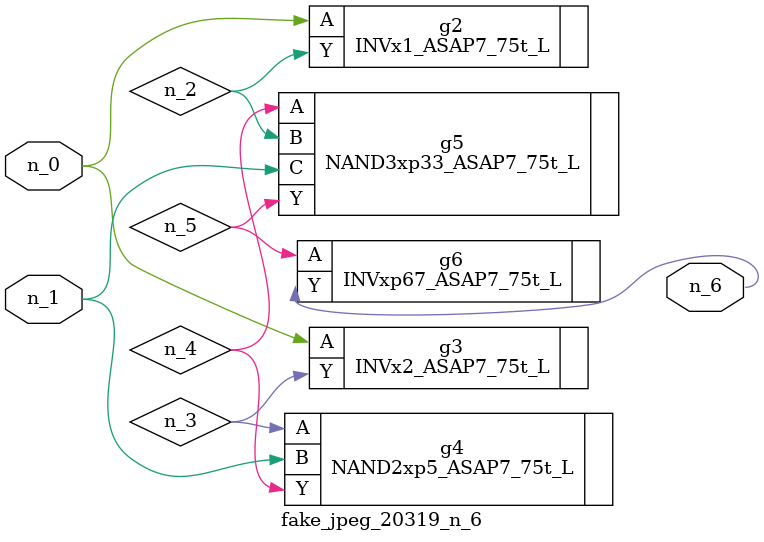
<source format=v>
module fake_jpeg_20319_n_6 (n_0, n_1, n_6);

input n_0;
input n_1;

output n_6;

wire n_2;
wire n_3;
wire n_4;
wire n_5;

INVx1_ASAP7_75t_L g2 ( 
.A(n_0),
.Y(n_2)
);

INVx2_ASAP7_75t_L g3 ( 
.A(n_0),
.Y(n_3)
);

NAND2xp5_ASAP7_75t_L g4 ( 
.A(n_3),
.B(n_1),
.Y(n_4)
);

NAND3xp33_ASAP7_75t_L g5 ( 
.A(n_4),
.B(n_2),
.C(n_1),
.Y(n_5)
);

INVxp67_ASAP7_75t_L g6 ( 
.A(n_5),
.Y(n_6)
);


endmodule
</source>
